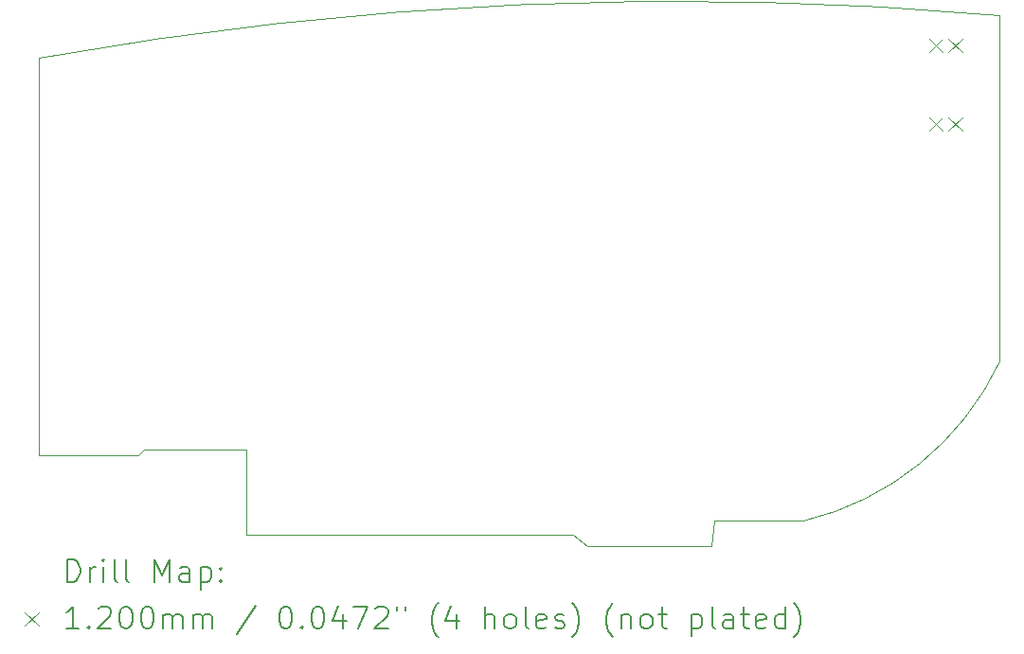
<source format=gbr>
%TF.GenerationSoftware,KiCad,Pcbnew,(6.0.9)*%
%TF.CreationDate,2022-12-16T17:53:31+00:00*%
%TF.ProjectId,PocketSplit-V1,506f636b-6574-4537-906c-69742d56312e,1.0*%
%TF.SameCoordinates,Original*%
%TF.FileFunction,Drillmap*%
%TF.FilePolarity,Positive*%
%FSLAX45Y45*%
G04 Gerber Fmt 4.5, Leading zero omitted, Abs format (unit mm)*
G04 Created by KiCad (PCBNEW (6.0.9)) date 2022-12-16 17:53:31*
%MOMM*%
%LPD*%
G01*
G04 APERTURE LIST*
%ADD10C,0.100000*%
%ADD11C,0.200000*%
%ADD12C,0.120000*%
G04 APERTURE END LIST*
D10*
X8445500Y-8763000D02*
X9245600Y-8763000D01*
X7188200Y-8890000D02*
X7315200Y-8991600D01*
X7315200Y-8991600D02*
X8420100Y-8991600D01*
X4267200Y-8890000D02*
X7188200Y-8890000D01*
X3352800Y-8128000D02*
X3302000Y-8178800D01*
X4267200Y-8128000D02*
X3352800Y-8128000D01*
X8420100Y-8991600D02*
X8445500Y-8763000D01*
X10998200Y-4241800D02*
X10998200Y-7340600D01*
X2413000Y-8178800D02*
X2413000Y-4622800D01*
X10998200Y-4241800D02*
G75*
G03*
X2413000Y-4622800I-2873438J-32168959D01*
G01*
X4267200Y-8128000D02*
X4267200Y-8890000D01*
X9245600Y-8762999D02*
G75*
G03*
X10998200Y-7340600I-606010J2537619D01*
G01*
X3302000Y-8178800D02*
X2413000Y-8178800D01*
D11*
D12*
X10368100Y-4448450D02*
X10488100Y-4568450D01*
X10488100Y-4448450D02*
X10368100Y-4568450D01*
X10368100Y-5148450D02*
X10488100Y-5268450D01*
X10488100Y-5148450D02*
X10368100Y-5268450D01*
X10543100Y-4448450D02*
X10663100Y-4568450D01*
X10663100Y-4448450D02*
X10543100Y-4568450D01*
X10543100Y-5148450D02*
X10663100Y-5268450D01*
X10663100Y-5148450D02*
X10543100Y-5268450D01*
D11*
X2665619Y-9307076D02*
X2665619Y-9107076D01*
X2713238Y-9107076D01*
X2741810Y-9116600D01*
X2760857Y-9135648D01*
X2770381Y-9154695D01*
X2779905Y-9192790D01*
X2779905Y-9221362D01*
X2770381Y-9259457D01*
X2760857Y-9278505D01*
X2741810Y-9297552D01*
X2713238Y-9307076D01*
X2665619Y-9307076D01*
X2865619Y-9307076D02*
X2865619Y-9173743D01*
X2865619Y-9211838D02*
X2875143Y-9192790D01*
X2884667Y-9183267D01*
X2903714Y-9173743D01*
X2922762Y-9173743D01*
X2989428Y-9307076D02*
X2989428Y-9173743D01*
X2989428Y-9107076D02*
X2979905Y-9116600D01*
X2989428Y-9126124D01*
X2998952Y-9116600D01*
X2989428Y-9107076D01*
X2989428Y-9126124D01*
X3113238Y-9307076D02*
X3094190Y-9297552D01*
X3084667Y-9278505D01*
X3084667Y-9107076D01*
X3218000Y-9307076D02*
X3198952Y-9297552D01*
X3189428Y-9278505D01*
X3189428Y-9107076D01*
X3446571Y-9307076D02*
X3446571Y-9107076D01*
X3513238Y-9249933D01*
X3579905Y-9107076D01*
X3579905Y-9307076D01*
X3760857Y-9307076D02*
X3760857Y-9202314D01*
X3751333Y-9183267D01*
X3732286Y-9173743D01*
X3694190Y-9173743D01*
X3675143Y-9183267D01*
X3760857Y-9297552D02*
X3741809Y-9307076D01*
X3694190Y-9307076D01*
X3675143Y-9297552D01*
X3665619Y-9278505D01*
X3665619Y-9259457D01*
X3675143Y-9240410D01*
X3694190Y-9230886D01*
X3741809Y-9230886D01*
X3760857Y-9221362D01*
X3856095Y-9173743D02*
X3856095Y-9373743D01*
X3856095Y-9183267D02*
X3875143Y-9173743D01*
X3913238Y-9173743D01*
X3932286Y-9183267D01*
X3941809Y-9192790D01*
X3951333Y-9211838D01*
X3951333Y-9268981D01*
X3941809Y-9288029D01*
X3932286Y-9297552D01*
X3913238Y-9307076D01*
X3875143Y-9307076D01*
X3856095Y-9297552D01*
X4037048Y-9288029D02*
X4046571Y-9297552D01*
X4037048Y-9307076D01*
X4027524Y-9297552D01*
X4037048Y-9288029D01*
X4037048Y-9307076D01*
X4037048Y-9183267D02*
X4046571Y-9192790D01*
X4037048Y-9202314D01*
X4027524Y-9192790D01*
X4037048Y-9183267D01*
X4037048Y-9202314D01*
D12*
X2288000Y-9576600D02*
X2408000Y-9696600D01*
X2408000Y-9576600D02*
X2288000Y-9696600D01*
D11*
X2770381Y-9727076D02*
X2656095Y-9727076D01*
X2713238Y-9727076D02*
X2713238Y-9527076D01*
X2694190Y-9555648D01*
X2675143Y-9574695D01*
X2656095Y-9584219D01*
X2856095Y-9708029D02*
X2865619Y-9717552D01*
X2856095Y-9727076D01*
X2846571Y-9717552D01*
X2856095Y-9708029D01*
X2856095Y-9727076D01*
X2941809Y-9546124D02*
X2951333Y-9536600D01*
X2970381Y-9527076D01*
X3018000Y-9527076D01*
X3037048Y-9536600D01*
X3046571Y-9546124D01*
X3056095Y-9565171D01*
X3056095Y-9584219D01*
X3046571Y-9612790D01*
X2932286Y-9727076D01*
X3056095Y-9727076D01*
X3179905Y-9527076D02*
X3198952Y-9527076D01*
X3218000Y-9536600D01*
X3227524Y-9546124D01*
X3237048Y-9565171D01*
X3246571Y-9603267D01*
X3246571Y-9650886D01*
X3237048Y-9688981D01*
X3227524Y-9708029D01*
X3218000Y-9717552D01*
X3198952Y-9727076D01*
X3179905Y-9727076D01*
X3160857Y-9717552D01*
X3151333Y-9708029D01*
X3141809Y-9688981D01*
X3132286Y-9650886D01*
X3132286Y-9603267D01*
X3141809Y-9565171D01*
X3151333Y-9546124D01*
X3160857Y-9536600D01*
X3179905Y-9527076D01*
X3370381Y-9527076D02*
X3389428Y-9527076D01*
X3408476Y-9536600D01*
X3418000Y-9546124D01*
X3427524Y-9565171D01*
X3437048Y-9603267D01*
X3437048Y-9650886D01*
X3427524Y-9688981D01*
X3418000Y-9708029D01*
X3408476Y-9717552D01*
X3389428Y-9727076D01*
X3370381Y-9727076D01*
X3351333Y-9717552D01*
X3341809Y-9708029D01*
X3332286Y-9688981D01*
X3322762Y-9650886D01*
X3322762Y-9603267D01*
X3332286Y-9565171D01*
X3341809Y-9546124D01*
X3351333Y-9536600D01*
X3370381Y-9527076D01*
X3522762Y-9727076D02*
X3522762Y-9593743D01*
X3522762Y-9612790D02*
X3532286Y-9603267D01*
X3551333Y-9593743D01*
X3579905Y-9593743D01*
X3598952Y-9603267D01*
X3608476Y-9622314D01*
X3608476Y-9727076D01*
X3608476Y-9622314D02*
X3618000Y-9603267D01*
X3637048Y-9593743D01*
X3665619Y-9593743D01*
X3684667Y-9603267D01*
X3694190Y-9622314D01*
X3694190Y-9727076D01*
X3789428Y-9727076D02*
X3789428Y-9593743D01*
X3789428Y-9612790D02*
X3798952Y-9603267D01*
X3818000Y-9593743D01*
X3846571Y-9593743D01*
X3865619Y-9603267D01*
X3875143Y-9622314D01*
X3875143Y-9727076D01*
X3875143Y-9622314D02*
X3884667Y-9603267D01*
X3903714Y-9593743D01*
X3932286Y-9593743D01*
X3951333Y-9603267D01*
X3960857Y-9622314D01*
X3960857Y-9727076D01*
X4351333Y-9517552D02*
X4179905Y-9774695D01*
X4608476Y-9527076D02*
X4627524Y-9527076D01*
X4646571Y-9536600D01*
X4656095Y-9546124D01*
X4665619Y-9565171D01*
X4675143Y-9603267D01*
X4675143Y-9650886D01*
X4665619Y-9688981D01*
X4656095Y-9708029D01*
X4646571Y-9717552D01*
X4627524Y-9727076D01*
X4608476Y-9727076D01*
X4589429Y-9717552D01*
X4579905Y-9708029D01*
X4570381Y-9688981D01*
X4560857Y-9650886D01*
X4560857Y-9603267D01*
X4570381Y-9565171D01*
X4579905Y-9546124D01*
X4589429Y-9536600D01*
X4608476Y-9527076D01*
X4760857Y-9708029D02*
X4770381Y-9717552D01*
X4760857Y-9727076D01*
X4751333Y-9717552D01*
X4760857Y-9708029D01*
X4760857Y-9727076D01*
X4894190Y-9527076D02*
X4913238Y-9527076D01*
X4932286Y-9536600D01*
X4941810Y-9546124D01*
X4951333Y-9565171D01*
X4960857Y-9603267D01*
X4960857Y-9650886D01*
X4951333Y-9688981D01*
X4941810Y-9708029D01*
X4932286Y-9717552D01*
X4913238Y-9727076D01*
X4894190Y-9727076D01*
X4875143Y-9717552D01*
X4865619Y-9708029D01*
X4856095Y-9688981D01*
X4846571Y-9650886D01*
X4846571Y-9603267D01*
X4856095Y-9565171D01*
X4865619Y-9546124D01*
X4875143Y-9536600D01*
X4894190Y-9527076D01*
X5132286Y-9593743D02*
X5132286Y-9727076D01*
X5084667Y-9517552D02*
X5037048Y-9660410D01*
X5160857Y-9660410D01*
X5218000Y-9527076D02*
X5351333Y-9527076D01*
X5265619Y-9727076D01*
X5418000Y-9546124D02*
X5427524Y-9536600D01*
X5446571Y-9527076D01*
X5494190Y-9527076D01*
X5513238Y-9536600D01*
X5522762Y-9546124D01*
X5532286Y-9565171D01*
X5532286Y-9584219D01*
X5522762Y-9612790D01*
X5408476Y-9727076D01*
X5532286Y-9727076D01*
X5608476Y-9527076D02*
X5608476Y-9565171D01*
X5684667Y-9527076D02*
X5684667Y-9565171D01*
X5979905Y-9803267D02*
X5970381Y-9793743D01*
X5951333Y-9765171D01*
X5941809Y-9746124D01*
X5932286Y-9717552D01*
X5922762Y-9669933D01*
X5922762Y-9631838D01*
X5932286Y-9584219D01*
X5941809Y-9555648D01*
X5951333Y-9536600D01*
X5970381Y-9508029D01*
X5979905Y-9498505D01*
X6141809Y-9593743D02*
X6141809Y-9727076D01*
X6094190Y-9517552D02*
X6046571Y-9660410D01*
X6170381Y-9660410D01*
X6398952Y-9727076D02*
X6398952Y-9527076D01*
X6484667Y-9727076D02*
X6484667Y-9622314D01*
X6475143Y-9603267D01*
X6456095Y-9593743D01*
X6427524Y-9593743D01*
X6408476Y-9603267D01*
X6398952Y-9612790D01*
X6608476Y-9727076D02*
X6589428Y-9717552D01*
X6579905Y-9708029D01*
X6570381Y-9688981D01*
X6570381Y-9631838D01*
X6579905Y-9612790D01*
X6589428Y-9603267D01*
X6608476Y-9593743D01*
X6637048Y-9593743D01*
X6656095Y-9603267D01*
X6665619Y-9612790D01*
X6675143Y-9631838D01*
X6675143Y-9688981D01*
X6665619Y-9708029D01*
X6656095Y-9717552D01*
X6637048Y-9727076D01*
X6608476Y-9727076D01*
X6789428Y-9727076D02*
X6770381Y-9717552D01*
X6760857Y-9698505D01*
X6760857Y-9527076D01*
X6941809Y-9717552D02*
X6922762Y-9727076D01*
X6884667Y-9727076D01*
X6865619Y-9717552D01*
X6856095Y-9698505D01*
X6856095Y-9622314D01*
X6865619Y-9603267D01*
X6884667Y-9593743D01*
X6922762Y-9593743D01*
X6941809Y-9603267D01*
X6951333Y-9622314D01*
X6951333Y-9641362D01*
X6856095Y-9660410D01*
X7027524Y-9717552D02*
X7046571Y-9727076D01*
X7084667Y-9727076D01*
X7103714Y-9717552D01*
X7113238Y-9698505D01*
X7113238Y-9688981D01*
X7103714Y-9669933D01*
X7084667Y-9660410D01*
X7056095Y-9660410D01*
X7037048Y-9650886D01*
X7027524Y-9631838D01*
X7027524Y-9622314D01*
X7037048Y-9603267D01*
X7056095Y-9593743D01*
X7084667Y-9593743D01*
X7103714Y-9603267D01*
X7179905Y-9803267D02*
X7189428Y-9793743D01*
X7208476Y-9765171D01*
X7218000Y-9746124D01*
X7227524Y-9717552D01*
X7237048Y-9669933D01*
X7237048Y-9631838D01*
X7227524Y-9584219D01*
X7218000Y-9555648D01*
X7208476Y-9536600D01*
X7189428Y-9508029D01*
X7179905Y-9498505D01*
X7541809Y-9803267D02*
X7532286Y-9793743D01*
X7513238Y-9765171D01*
X7503714Y-9746124D01*
X7494190Y-9717552D01*
X7484667Y-9669933D01*
X7484667Y-9631838D01*
X7494190Y-9584219D01*
X7503714Y-9555648D01*
X7513238Y-9536600D01*
X7532286Y-9508029D01*
X7541809Y-9498505D01*
X7618000Y-9593743D02*
X7618000Y-9727076D01*
X7618000Y-9612790D02*
X7627524Y-9603267D01*
X7646571Y-9593743D01*
X7675143Y-9593743D01*
X7694190Y-9603267D01*
X7703714Y-9622314D01*
X7703714Y-9727076D01*
X7827524Y-9727076D02*
X7808476Y-9717552D01*
X7798952Y-9708029D01*
X7789428Y-9688981D01*
X7789428Y-9631838D01*
X7798952Y-9612790D01*
X7808476Y-9603267D01*
X7827524Y-9593743D01*
X7856095Y-9593743D01*
X7875143Y-9603267D01*
X7884667Y-9612790D01*
X7894190Y-9631838D01*
X7894190Y-9688981D01*
X7884667Y-9708029D01*
X7875143Y-9717552D01*
X7856095Y-9727076D01*
X7827524Y-9727076D01*
X7951333Y-9593743D02*
X8027524Y-9593743D01*
X7979905Y-9527076D02*
X7979905Y-9698505D01*
X7989428Y-9717552D01*
X8008476Y-9727076D01*
X8027524Y-9727076D01*
X8246571Y-9593743D02*
X8246571Y-9793743D01*
X8246571Y-9603267D02*
X8265619Y-9593743D01*
X8303714Y-9593743D01*
X8322762Y-9603267D01*
X8332286Y-9612790D01*
X8341809Y-9631838D01*
X8341809Y-9688981D01*
X8332286Y-9708029D01*
X8322762Y-9717552D01*
X8303714Y-9727076D01*
X8265619Y-9727076D01*
X8246571Y-9717552D01*
X8456095Y-9727076D02*
X8437048Y-9717552D01*
X8427524Y-9698505D01*
X8427524Y-9527076D01*
X8618000Y-9727076D02*
X8618000Y-9622314D01*
X8608476Y-9603267D01*
X8589429Y-9593743D01*
X8551333Y-9593743D01*
X8532286Y-9603267D01*
X8618000Y-9717552D02*
X8598952Y-9727076D01*
X8551333Y-9727076D01*
X8532286Y-9717552D01*
X8522762Y-9698505D01*
X8522762Y-9679457D01*
X8532286Y-9660410D01*
X8551333Y-9650886D01*
X8598952Y-9650886D01*
X8618000Y-9641362D01*
X8684667Y-9593743D02*
X8760857Y-9593743D01*
X8713238Y-9527076D02*
X8713238Y-9698505D01*
X8722762Y-9717552D01*
X8741810Y-9727076D01*
X8760857Y-9727076D01*
X8903714Y-9717552D02*
X8884667Y-9727076D01*
X8846571Y-9727076D01*
X8827524Y-9717552D01*
X8818000Y-9698505D01*
X8818000Y-9622314D01*
X8827524Y-9603267D01*
X8846571Y-9593743D01*
X8884667Y-9593743D01*
X8903714Y-9603267D01*
X8913238Y-9622314D01*
X8913238Y-9641362D01*
X8818000Y-9660410D01*
X9084667Y-9727076D02*
X9084667Y-9527076D01*
X9084667Y-9717552D02*
X9065619Y-9727076D01*
X9027524Y-9727076D01*
X9008476Y-9717552D01*
X8998952Y-9708029D01*
X8989429Y-9688981D01*
X8989429Y-9631838D01*
X8998952Y-9612790D01*
X9008476Y-9603267D01*
X9027524Y-9593743D01*
X9065619Y-9593743D01*
X9084667Y-9603267D01*
X9160857Y-9803267D02*
X9170381Y-9793743D01*
X9189429Y-9765171D01*
X9198952Y-9746124D01*
X9208476Y-9717552D01*
X9218000Y-9669933D01*
X9218000Y-9631838D01*
X9208476Y-9584219D01*
X9198952Y-9555648D01*
X9189429Y-9536600D01*
X9170381Y-9508029D01*
X9160857Y-9498505D01*
M02*

</source>
